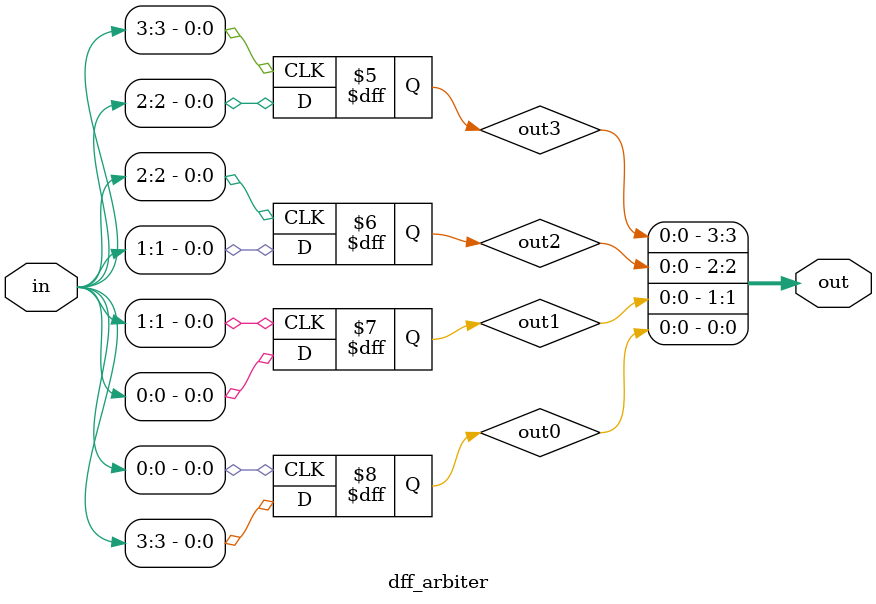
<source format=v>
module dff_arbiter(
    input [3:0]in,
    output [3:0]out
);

reg out0,out1,out2,out3;

always @ (posedge in[0])begin
    out0 = in[3];
end

always @ (posedge in[1])begin
    out1 = in[0];
end

always @ (posedge in[2])begin
    out2 = in[1];
end

always @ (posedge in[3])begin
    out3 = in[2];
end

assign out = {out3,out2,out1,out0};

endmodule
</source>
